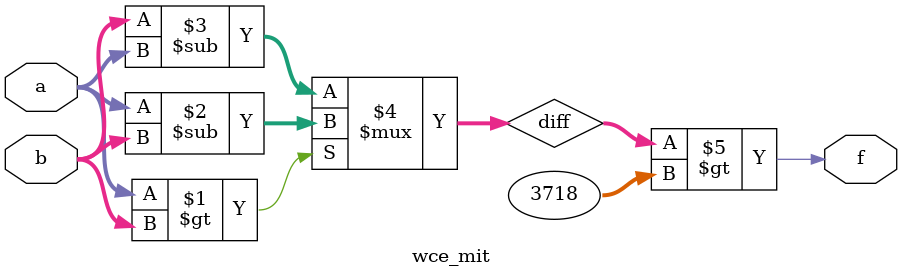
<source format=v>
module wce_mit(a, b, f);
parameter _bit = 16;
parameter wce = 3718;
input [_bit - 1: 0] a;
input [_bit - 1: 0] b;
output f;
wire [_bit - 1: 0] diff;
assign diff = (a > b)? (a - b): (b - a);
assign f = (diff > wce);
endmodule

</source>
